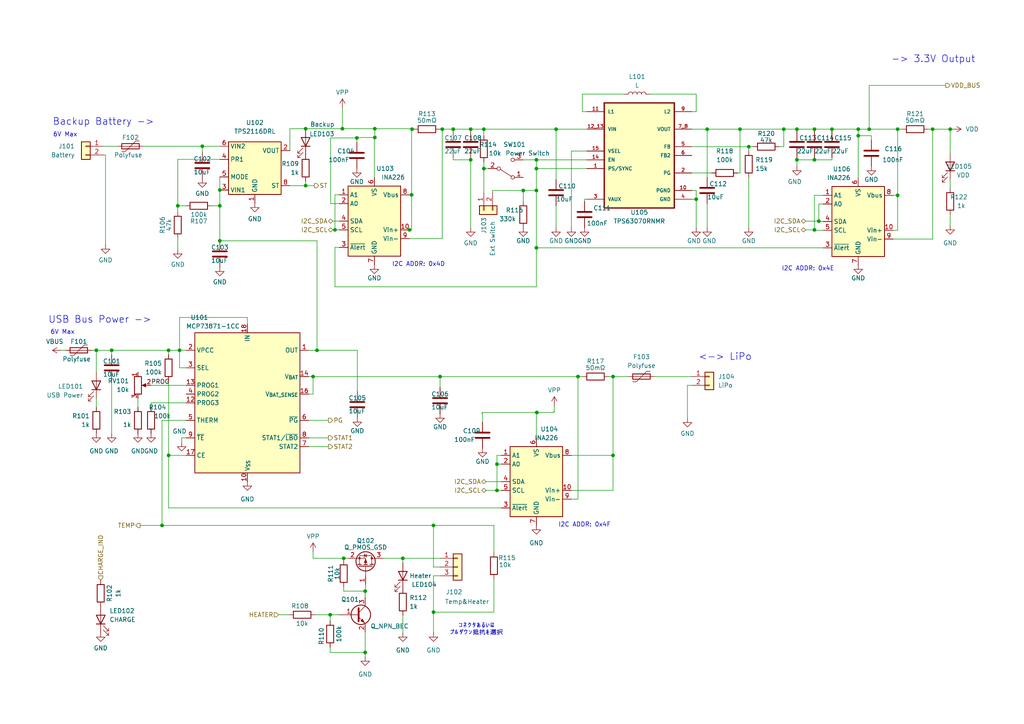
<source format=kicad_sch>
(kicad_sch (version 20231120) (generator "eeschema") (generator_version "8.0")
  (paper "A4")
  (lib_symbols
    (symbol "Battery_Management:MCP73871-1CC"
      (property "Reference" "U" (at -7.62 24.13 0))
      (property "Value" "MCP73871-1CC" (at -15.24 21.59 0))
      (symbol "MCP73871-1CC_1_1"
        (pin power_out line (at 17.78 15.24 180) (length 2.54) (name "OUT") (number "1"))
        (pin power_in line (at 0 -22.86 90) (length 2.54) (name "V_{SS}") (number "10"))
        (pin passive line (at 0 -22.86 90) (length 2.54) hide (name "V_{SS}") (number "11"))
        (pin bidirectional line (at -17.78 0 0) (length 2.54) (name "PROG3") (number "12"))
        (pin bidirectional line (at -17.78 5.08 0) (length 2.54) (name "PROG1") (number "13"))
        (pin power_out line (at 17.78 7.62 180) (length 2.54) (name "V_{BAT}") (number "14"))
        (pin passive line (at 17.78 7.62 180) (length 2.54) hide (name "V_{BAT}") (number "15"))
        (pin input line (at 17.78 2.54 180) (length 2.54) (name "V_{BAT_SENSE}") (number "16"))
        (pin input line (at -17.78 -15.24 0) (length 2.54) (name "CE") (number "17"))
        (pin power_in line (at 0 22.86 270) (length 2.54) (name "IN") (number "18"))
        (pin passive line (at 0 22.86 270) (length 2.54) hide (name "IN") (number "19"))
        (pin input line (at -17.78 15.24 0) (length 2.54) (name "VPCC") (number "2"))
        (pin passive line (at 17.78 15.24 180) (length 2.54) hide (name "OUT") (number "20"))
        (pin passive line (at 0 -22.86 90) (length 2.54) hide (name "V_{SS}") (number "21"))
        (pin input line (at -17.78 10.16 0) (length 2.54) (name "SEL") (number "3"))
        (pin input line (at -17.78 2.54 0) (length 2.54) (name "PROG2") (number "4"))
        (pin bidirectional line (at -17.78 -5.08 0) (length 2.54) (name "THERM") (number "5"))
        (pin open_collector line (at 17.78 -5.08 180) (length 2.54) (name "~{PG}") (number "6"))
        (pin open_collector line (at 17.78 -12.7 180) (length 2.54) (name "STAT2") (number "7"))
        (pin open_collector line (at 17.78 -10.16 180) (length 2.54) (name "STAT1/~{LBO}") (number "8"))
        (pin input line (at -17.78 -10.16 0) (length 2.54) (name "~{TE}") (number "9"))
      )
    )
    (symbol "Connector_Generic:Conn_01x02" (pin_names (offset 1.016) hide)
      (property "Reference" "J" (at 0 2.54 0))
      (property "Value" "Conn_01x02" (at 0 -5.08 0))
      (symbol "Conn_01x02_1_1"
        (pin passive line (at -5.08 0 0) (length 3.81) (name "Pin_1") (number "1"))
        (pin passive line (at -5.08 -2.54 0) (length 3.81) (name "Pin_2") (number "2"))
      )
    )
    (symbol "Connector_Generic:Conn_01x03" (pin_names (offset 1.016) hide)
      (property "Reference" "J" (at 0 5.08 0))
      (property "Value" "Conn_01x03" (at 0 -5.08 0))
      (symbol "Conn_01x03_1_1"
        (pin passive line (at -5.08 2.54 0) (length 3.81) (name "Pin_1") (number "1"))
        (pin passive line (at -5.08 0 0) (length 3.81) (name "Pin_2") (number "2"))
        (pin passive line (at -5.08 -2.54 0) (length 3.81) (name "Pin_3") (number "3"))
      )
    )
    (symbol "Device:C" (pin_numbers hide) (pin_names (offset 0.254))
      (property "Reference" "C" (at 0.635 2.54 0))
      (property "Value" "C" (at 0.635 -2.54 0))
      (symbol "C_1_1"
        (pin passive line (at 0 3.81 270) (length 2.794) (name "~") (number "1"))
        (pin passive line (at 0 -3.81 90) (length 2.794) (name "~") (number "2"))
      )
    )
    (symbol "Device:L" (pin_numbers hide) (pin_names (offset 1.016) hide)
      (property "Reference" "L" (at -1.27 0 90))
      (property "Value" "L" (at 1.905 0 90))
      (symbol "L_1_1"
        (pin passive line (at 0 3.81 270) (length 1.27) (name "1") (number "1"))
        (pin passive line (at 0 -3.81 90) (length 1.27) (name "2") (number "2"))
      )
    )
    (symbol "Device:LED" (pin_numbers hide) (pin_names (offset 1.016) hide)
      (property "Reference" "D" (at 0 2.54 0))
      (property "Value" "LED" (at 0 -2.54 0))
      (symbol "LED_1_1"
        (pin passive line (at -3.81 0 0) (length 2.54) (name "K") (number "1"))
        (pin passive line (at 3.81 0 180) (length 2.54) (name "A") (number "2"))
      )
    )
    (symbol "Device:Polyfuse" (pin_numbers hide) (pin_names (offset 0))
      (property "Reference" "F" (at -2.54 0 90))
      (property "Value" "Polyfuse" (at 2.54 0 90))
      (symbol "Polyfuse_1_1"
        (pin passive line (at 0 3.81 270) (length 1.27) (name "~") (number "1"))
        (pin passive line (at 0 -3.81 90) (length 1.27) (name "~") (number "2"))
      )
    )
    (symbol "Device:Q_NPN_BEC" (pin_names (offset 0) hide)
      (property "Reference" "Q" (at 5.08 1.27 0))
      (property "Value" "Q_NPN_BEC" (at 5.08 -1.27 0))
      (symbol "Q_NPN_BEC_1_1"
        (pin input line (at -5.08 0 0) (length 5.715) (name "B") (number "1"))
        (pin passive line (at 2.54 -5.08 90) (length 2.54) (name "E") (number "2"))
        (pin passive line (at 2.54 5.08 270) (length 2.54) (name "C") (number "3"))
      )
    )
    (symbol "Device:Q_PMOS_GSD" (pin_names (offset 0) hide)
      (property "Reference" "Q" (at 5.08 1.27 0))
      (property "Value" "Q_PMOS_GSD" (at 5.08 -1.27 0))
      (symbol "Q_PMOS_GSD_1_1"
        (pin input line (at -5.08 0 0) (length 2.54) (name "G") (number "1"))
        (pin passive line (at 2.54 -5.08 90) (length 2.54) (name "S") (number "2"))
        (pin passive line (at 2.54 5.08 270) (length 2.54) (name "D") (number "3"))
      )
    )
    (symbol "Device:R" (pin_numbers hide) (pin_names (offset 0))
      (property "Reference" "R" (at 2.032 0 90))
      (property "Value" "R" (at 0 0 90))
      (symbol "R_1_1"
        (pin passive line (at 0 3.81 270) (length 1.27) (name "~") (number "1"))
        (pin passive line (at 0 -3.81 90) (length 1.27) (name "~") (number "2"))
      )
    )
    (symbol "Device:R_Potentiometer" (pin_names (offset 1.016) hide)
      (property "Reference" "RV" (at -4.445 0 90))
      (property "Value" "R_Potentiometer" (at -2.54 0 90))
      (symbol "R_Potentiometer_1_1"
        (pin passive line (at 0 3.81 270) (length 1.27) (name "1") (number "1"))
        (pin passive line (at 3.81 0 180) (length 1.27) (name "2") (number "2"))
        (pin passive line (at 0 -3.81 90) (length 1.27) (name "3") (number "3"))
      )
    )
    (symbol "GND_1" (power) (pin_numbers hide) (pin_names (offset 0) hide)
      (property "Value" "GND" (at 0 -3.81 0))
      (symbol "GND_1_1_1"
        (pin power_in line (at 0 0 270) (length 0) (name "~") (number "1"))
      )
    )
    (symbol "GND_2" (power) (pin_numbers hide) (pin_names (offset 0) hide)
      (property "Value" "GND" (at 0 -3.81 0))
      (symbol "GND_2_1_1"
        (pin power_in line (at 0 0 270) (length 0) (name "~") (number "1"))
      )
    )
    (symbol "Power_Management:TPS2116DRL"
      (property "Reference" "U306" (at 0 13.208 0))
      (property "Value" "TPS2116DRL" (at 0 10.668 0))
      (symbol "TPS2116DRL_1_0"
        (pin power_out line (at 10.16 5.08 180) (length 2.54) hide (name "VOUT") (number "7"))
      )
      (symbol "TPS2116DRL_1_1"
        (pin power_in line (at 0 -10.16 90) (length 2.54) (name "GND") (number "1"))
        (pin power_out line (at 10.16 5.08 180) (length 2.54) (name "VOUT") (number "2"))
        (pin power_in line (at -10.16 -6.35 0) (length 2.54) (name "VIN1") (number "3"))
        (pin input line (at -10.16 2.54 0) (length 2.54) (name "PR1") (number "4"))
        (pin input line (at -10.16 -2.54 0) (length 2.54) (name "MODE") (number "5"))
        (pin power_in line (at -10.16 6.35 0) (length 2.54) (name "VIN2") (number "6"))
        (pin open_collector line (at 10.16 -5.08 180) (length 2.54) (name "ST") (number "8"))
      )
    )
    (symbol "Sensor_Energy:INA226"
      (property "Reference" "U" (at -6.35 11.43 0))
      (property "Value" "INA226" (at 3.81 11.43 0))
      (symbol "INA226_1_1"
        (pin input line (at 10.16 7.62 180) (length 2.54) (name "A1") (number "1"))
        (pin input line (at -10.16 -2.54 0) (length 2.54) (name "Vin+") (number "10"))
        (pin input line (at 10.16 5.08 180) (length 2.54) (name "A0") (number "2"))
        (pin open_collector line (at 10.16 -7.62 180) (length 2.54) (name "~{Alert}") (number "3"))
        (pin bidirectional line (at 10.16 0 180) (length 2.54) (name "SDA") (number "4"))
        (pin input line (at 10.16 -2.54 180) (length 2.54) (name "SCL") (number "5"))
        (pin power_in line (at 0 12.7 270) (length 2.54) (name "VS") (number "6"))
        (pin power_in line (at 0 -12.7 90) (length 2.54) (name "GND") (number "7"))
        (pin input line (at -10.16 7.62 0) (length 2.54) (name "Vbus") (number "8"))
        (pin input line (at -10.16 -5.08 0) (length 2.54) (name "Vin-") (number "9"))
      )
    )
    (symbol "Switch:SW_SPDT" (pin_names (offset 0) hide)
      (property "Reference" "SW" (at 0 4.318 0))
      (property "Value" "SW_SPDT" (at 0 -5.08 0))
      (symbol "SW_SPDT_1_1"
        (pin passive line (at 5.08 2.54 180) (length 2.54) (name "A") (number "1"))
        (pin passive line (at -5.08 0 0) (length 2.54) (name "B") (number "2"))
        (pin passive line (at 5.08 -2.54 180) (length 2.54) (name "C") (number "3"))
      )
    )
    (symbol "WOBCLibrary:TPS63070RNMR" (pin_names (offset 1.016))
      (property "Reference" "U" (at -12.7 29.21 0))
      (property "Value" "TPS63070RNMR" (at -12.7 -19.24 0))
      (symbol "TPS63070RNMR_0_0"
        (pin input line (at -15.24 -3.81 0) (length 5.08) (name "PS/SYNC") (number "1"))
        (pin power_in line (at 15.24 -10.16 180) (length 5.08) (name "PGND") (number "10"))
        (pin bidirectional line (at -15.24 12.7 0) (length 5.08) (name "L1") (number "11"))
        (pin input line (at -15.24 7.62 0) (length 5.08) (name "VIN") (number "12_13"))
        (pin input line (at -15.24 -1.27 0) (length 5.08) (name "EN") (number "14"))
        (pin input line (at -15.24 1.27 0) (length 5.08) (name "VSEL") (number "15"))
        (pin output line (at 15.24 -5.08 180) (length 5.08) (name "PG") (number "2"))
        (pin output line (at -15.24 -12.7 0) (length 5.08) (name "VAUX") (number "3"))
        (pin power_in line (at 15.24 -12.7 180) (length 5.08) (name "GND") (number "4"))
        (pin input line (at 15.24 2.54 180) (length 5.08) (name "FB") (number "5"))
        (pin output line (at 15.24 0 180) (length 5.08) (name "FB2") (number "6"))
        (pin output line (at 15.24 7.62 180) (length 5.08) (name "VOUT") (number "7_8"))
        (pin bidirectional line (at 15.24 12.7 180) (length 5.08) (name "L2") (number "9"))
      )
    )
    (symbol "power:GND" (power) (pin_names (offset 0))
      (property "Value" "GND" (at 0 -3.81 0))
      (symbol "GND_1_1"
        (pin power_in line (at 0 0 270) (length 0) hide (name "GND") (number "1"))
      )
    )
    (symbol "power:VBUS" (power) (pin_names (offset 0))
      (property "Value" "VBUS" (at 0 3.81 0))
      (symbol "VBUS_1_1"
        (pin power_in line (at 0 0 90) (length 0) hide (name "VBUS") (number "1"))
      )
    )
    (symbol "power:VDD" (power) (pin_names (offset 0))
      (property "Value" "VDD" (at 0 3.81 0))
      (symbol "VDD_1_1"
        (pin power_in line (at 0 0 90) (length 0) hide (name "VDD") (number "1"))
      )
    )
    (symbol "power:VPP" (power) (pin_names (offset 0))
      (property "Value" "VPP" (at 0 3.81 0))
      (symbol "VPP_1_1"
        (pin power_in line (at 0 0 90) (length 0) hide (name "VPP") (number "1"))
      )
    )
  )
  (junction (at 108.712 37.338))
  (junction (at 260.35 56.642))
  (junction (at 214.63 37.465))
  (junction (at 63.754 69.85))
  (junction (at 105.918 189.23))
  (junction (at 119.507 37.465))
  (junction (at 248.92 37.465))
  (junction (at 231.14 46.355))
  (junction (at 125.73 177.546))
  (junction (at 125.73 152.4))
  (junction (at 155.575 48.895))
  (junction (at 237.49 64.135))
  (junction (at 227.33 37.465))
  (junction (at 88.646 37.338))
  (junction (at 201.93 57.785))
  (junction (at 217.17 42.545))
  (junction (at 131.445 37.465))
  (junction (at 236.22 46.355))
  (junction (at 128.27 37.465))
  (junction (at 32.385 101.6))
  (junction (at 236.22 66.675))
  (junction (at 27.94 101.6))
  (junction (at 88.646 53.848))
  (junction (at 161.29 37.465))
  (junction (at 252.095 37.465))
  (junction (at 151.765 55.245))
  (junction (at 144.145 142.24))
  (junction (at 108.712 39.878))
  (junction (at 90.805 109.22))
  (junction (at 99.695 161.925))
  (junction (at 231.14 37.465))
  (junction (at 167.64 109.22))
  (junction (at 51.562 59.69))
  (junction (at 91.948 101.6))
  (junction (at 236.22 37.465))
  (junction (at 127.635 109.22))
  (junction (at 155.575 71.882))
  (junction (at 260.35 37.465))
  (junction (at 97.155 66.675))
  (junction (at 155.702 119.634))
  (junction (at 140.335 37.465))
  (junction (at 95.758 178.308))
  (junction (at 119.38 56.515))
  (junction (at 140.335 48.895))
  (junction (at 144.145 134.62))
  (junction (at 270.51 37.465))
  (junction (at 103.505 40.005))
  (junction (at 105.918 171.45))
  (junction (at 116.84 161.925))
  (junction (at 52.07 101.6))
  (junction (at 118.745 66.675))
  (junction (at 48.895 132.08))
  (junction (at 177.8 132.08))
  (junction (at 46.99 152.4))
  (junction (at 275.59 37.465))
  (junction (at 63.754 55.118))
  (junction (at 241.3 37.465))
  (junction (at 136.525 37.465))
  (junction (at 205.105 37.465))
  (junction (at 155.575 46.355))
  (junction (at 136.525 46.355))
  (junction (at 63.754 59.69))
  (junction (at 155.575 55.245))
  (junction (at 99.314 37.338))
  (junction (at 48.895 101.6))
  (junction (at 248.92 39.37))
  (junction (at 58.674 42.418))
  (junction (at 177.8 109.22))
  (wire (pts (xy 142.875 55.245) (xy 151.765 55.245)))
  (wire (pts (xy 199.39 111.76) (xy 200.66 111.76)))
  (wire (pts (xy 217.17 42.545) (xy 218.44 42.545)))
  (wire (pts (xy 98.425 71.755) (xy 97.155 71.755)))
  (wire (pts (xy 51.562 59.69) (xy 51.562 61.468)))
  (wire (pts (xy 259.08 56.642) (xy 260.35 56.642)))
  (wire (pts (xy 89.535 127) (xy 95.25 127)))
  (wire (pts (xy 88.646 53.848) (xy 84.074 53.848)))
  (wire (pts (xy 270.51 37.465) (xy 275.59 37.465)))
  (wire (pts (xy 199.39 121.285) (xy 199.39 111.76)))
  (wire (pts (xy 161.29 37.465) (xy 170.18 37.465)))
  (wire (pts (xy 95.758 178.308) (xy 98.298 178.308)))
  (wire (pts (xy 236.22 45.72) (xy 236.22 46.355)))
  (wire (pts (xy 236.22 37.465) (xy 241.3 37.465)))
  (wire (pts (xy 144.145 134.62) (xy 144.145 132.08)))
  (wire (pts (xy 189.865 109.22) (xy 200.66 109.22)))
  (wire (pts (xy 217.17 43.815) (xy 217.17 42.545)))
  (wire (pts (xy 206.375 50.165) (xy 200.66 50.165)))
  (wire (pts (xy 168.91 32.385) (xy 170.18 32.385)))
  (wire (pts (xy 140.335 37.465) (xy 161.29 37.465)))
  (wire (pts (xy 105.918 171.45) (xy 106.045 171.45)))
  (wire (pts (xy 248.92 39.37) (xy 248.92 51.562)))
  (wire (pts (xy 201.93 27.305) (xy 201.93 32.385)))
  (wire (pts (xy 105.918 190.5) (xy 105.918 189.23)))
  (wire (pts (xy 95.885 59.055) (xy 95.885 40.005)))
  (wire (pts (xy 43.815 118.11) (xy 43.815 116.84)))
  (wire (pts (xy 155.575 48.895) (xy 155.575 55.245)))
  (wire (pts (xy 84.074 37.338) (xy 88.646 37.338)))
  (wire (pts (xy 160.655 119.38) (xy 160.655 119.634)))
  (wire (pts (xy 17.78 101.6) (xy 19.05 101.6)))
  (wire (pts (xy 48.895 132.08) (xy 48.895 147.32)))
  (wire (pts (xy 155.702 119.634) (xy 155.702 120.142)))
  (wire (pts (xy 29.972 44.958) (xy 30.607 44.958)))
  (wire (pts (xy 176.53 109.22) (xy 177.8 109.22)))
  (wire (pts (xy 252.73 39.37) (xy 248.92 39.37)))
  (wire (pts (xy 98.425 56.515) (xy 97.155 56.515)))
  (wire (pts (xy 136.525 45.72) (xy 136.525 46.355)))
  (wire (pts (xy 201.93 57.785) (xy 200.66 57.785)))
  (wire (pts (xy 236.22 46.355) (xy 231.14 46.355)))
  (wire (pts (xy 58.674 42.418) (xy 63.754 42.418)))
  (wire (pts (xy 143.256 152.4) (xy 143.256 160.274)))
  (wire (pts (xy 48.895 101.6) (xy 48.895 102.87)))
  (wire (pts (xy 108.712 37.338) (xy 119.507 37.338)))
  (wire (pts (xy 139.827 119.888) (xy 139.827 119.634)))
  (wire (pts (xy 131.445 45.72) (xy 131.445 46.355)))
  (wire (pts (xy 105.918 189.23) (xy 105.918 183.388)))
  (wire (pts (xy 248.92 76.962) (xy 248.92 76.835)))
  (wire (pts (xy 252.095 37.465) (xy 260.35 37.465)))
  (wire (pts (xy 41.656 42.418) (xy 58.674 42.418)))
  (wire (pts (xy 260.35 37.465) (xy 261.62 37.465)))
  (wire (pts (xy 95.758 180.086) (xy 95.758 178.308)))
  (wire (pts (xy 236.22 66.802) (xy 238.76 66.802)))
  (wire (pts (xy 142.875 55.88) (xy 142.875 55.245)))
  (wire (pts (xy 160.782 119.38) (xy 160.782 117.602)))
  (wire (pts (xy 99.314 31.242) (xy 99.314 37.338)))
  (wire (pts (xy 260.35 37.465) (xy 260.35 56.642)))
  (wire (pts (xy 155.575 71.882) (xy 238.76 71.882)))
  (wire (pts (xy 90.805 114.3) (xy 90.805 109.22)))
  (wire (pts (xy 88.646 53.848) (xy 88.646 52.578)))
  (wire (pts (xy 177.8 132.08) (xy 177.8 109.22)))
  (wire (pts (xy 53.975 121.92) (xy 46.99 121.92)))
  (wire (pts (xy 63.754 46.228) (xy 51.562 46.228)))
  (wire (pts (xy 32.385 110.49) (xy 32.385 125.73)))
  (wire (pts (xy 98.425 59.055) (xy 95.885 59.055)))
  (wire (pts (xy 63.754 69.85) (xy 63.754 59.69)))
  (wire (pts (xy 241.3 46.355) (xy 236.22 46.355)))
  (wire (pts (xy 99.314 37.338) (xy 108.712 37.338)))
  (wire (pts (xy 139.827 119.888) (xy 139.954 119.888)))
  (wire (pts (xy 217.17 51.435) (xy 217.17 66.04)))
  (wire (pts (xy 275.59 65.405) (xy 275.59 62.23)))
  (wire (pts (xy 140.97 139.7) (xy 145.415 139.7)))
  (wire (pts (xy 131.445 37.465) (xy 131.445 38.1)))
  (wire (pts (xy 97.155 71.755) (xy 97.155 83.185)))
  (wire (pts (xy 108.712 37.338) (xy 108.712 39.878)))
  (wire (pts (xy 80.772 178.308) (xy 83.82 178.308)))
  (wire (pts (xy 136.525 37.465) (xy 140.335 37.465)))
  (wire (pts (xy 63.754 51.308) (xy 63.754 55.118)))
  (wire (pts (xy 200.66 37.465) (xy 205.105 37.465)))
  (wire (pts (xy 106.045 171.45) (xy 106.045 169.545)))
  (wire (pts (xy 90.805 109.22) (xy 127.635 109.22)))
  (wire (pts (xy 165.735 144.78) (xy 167.64 144.78)))
  (wire (pts (xy 97.155 56.515) (xy 97.155 66.675)))
  (wire (pts (xy 140.335 37.465) (xy 140.335 39.37)))
  (wire (pts (xy 127.635 109.22) (xy 127.635 112.395)))
  (wire (pts (xy 205.105 66.04) (xy 205.105 59.055)))
  (wire (pts (xy 252.73 40.64) (xy 252.73 39.37)))
  (wire (pts (xy 236.22 56.642) (xy 236.22 66.675)))
  (wire (pts (xy 233.68 66.675) (xy 236.22 66.675)))
  (wire (pts (xy 227.33 37.465) (xy 231.14 37.465)))
  (wire (pts (xy 51.562 46.228) (xy 51.562 59.69)))
  (wire (pts (xy 136.525 46.355) (xy 136.525 66.04)))
  (wire (pts (xy 127.635 37.465) (xy 128.27 37.465)))
  (wire (pts (xy 27.94 118.11) (xy 27.94 115.57)))
  (wire (pts (xy 51.562 69.088) (xy 51.562 72.39)))
  (wire (pts (xy 236.22 66.802) (xy 236.22 66.675)))
  (wire (pts (xy 169.545 58.42) (xy 169.545 57.785)))
  (wire (pts (xy 58.674 42.418) (xy 58.674 44.196)))
  (wire (pts (xy 91.44 178.308) (xy 95.758 178.308)))
  (wire (pts (xy 108.712 40.259) (xy 108.585 40.259)))
  (wire (pts (xy 167.64 109.22) (xy 168.91 109.22)))
  (wire (pts (xy 116.84 161.925) (xy 127.635 161.925)))
  (wire (pts (xy 108.585 40.259) (xy 108.585 51.435)))
  (wire (pts (xy 103.505 41.275) (xy 103.505 40.005)))
  (wire (pts (xy 144.145 134.62) (xy 144.145 142.24)))
  (wire (pts (xy 131.445 37.465) (xy 136.525 37.465)))
  (wire (pts (xy 140.97 142.24) (xy 144.145 142.24)))
  (wire (pts (xy 88.646 37.338) (xy 99.314 37.338)))
  (wire (pts (xy 26.67 101.6) (xy 27.94 101.6)))
  (wire (pts (xy 241.3 37.465) (xy 241.3 38.1)))
  (wire (pts (xy 118.11 66.675) (xy 118.745 66.675)))
  (wire (pts (xy 248.92 37.465) (xy 248.92 39.37)))
  (wire (pts (xy 168.91 27.305) (xy 168.91 32.385)))
  (wire (pts (xy 145.415 134.62) (xy 144.145 134.62)))
  (wire (pts (xy 140.335 48.895) (xy 140.335 55.88)))
  (wire (pts (xy 275.59 37.465) (xy 276.225 37.465)))
  (wire (pts (xy 91.948 101.6) (xy 103.632 101.6)))
  (wire (pts (xy 155.575 46.355) (xy 170.18 46.355)))
  (wire (pts (xy 99.695 170.18) (xy 99.695 171.45)))
  (wire (pts (xy 201.93 32.385) (xy 200.66 32.385)))
  (wire (pts (xy 96.52 64.135) (xy 98.425 64.135)))
  (wire (pts (xy 241.3 45.72) (xy 241.3 46.355)))
  (wire (pts (xy 248.92 37.465) (xy 252.095 37.465)))
  (wire (pts (xy 167.64 109.22) (xy 167.64 144.78)))
  (wire (pts (xy 136.525 37.465) (xy 136.525 38.1)))
  (wire (pts (xy 71.755 92.075) (xy 71.755 93.98)))
  (wire (pts (xy 51.562 59.69) (xy 53.848 59.69)))
  (wire (pts (xy 274.32 24.765) (xy 252.095 24.765)))
  (wire (pts (xy 46.99 152.4) (xy 125.73 152.4)))
  (wire (pts (xy 52.07 101.6) (xy 53.975 101.6)))
  (wire (pts (xy 32.385 101.6) (xy 32.385 102.87)))
  (wire (pts (xy 214.63 37.465) (xy 227.33 37.465)))
  (wire (pts (xy 84.074 43.688) (xy 84.074 37.338)))
  (wire (pts (xy 170.18 43.815) (xy 165.735 43.815)))
  (wire (pts (xy 116.84 183.515) (xy 116.84 178.435)))
  (wire (pts (xy 52.07 106.68) (xy 52.07 101.6)))
  (wire (pts (xy 259.08 66.802) (xy 260.35 66.802)))
  (wire (pts (xy 165.735 132.08) (xy 177.8 132.08)))
  (wire (pts (xy 52.705 128.27) (xy 52.705 127)))
  (wire (pts (xy 95.25 129.54) (xy 89.535 129.54)))
  (wire (pts (xy 231.14 46.355) (xy 231.14 45.72)))
  (wire (pts (xy 237.49 59.182) (xy 237.49 64.135)))
  (wire (pts (xy 155.575 120.142) (xy 155.575 127)))
  (wire (pts (xy 108.712 39.878) (xy 108.712 40.259)))
  (wire (pts (xy 127.635 164.465) (xy 125.73 164.465)))
  (wire (pts (xy 177.8 109.22) (xy 182.245 109.22)))
  (wire (pts (xy 103.505 39.878) (xy 103.505 40.005)))
  (wire (pts (xy 260.35 66.802) (xy 260.35 56.642)))
  (wire (pts (xy 91.186 53.848) (xy 88.646 53.848)))
  (wire (pts (xy 95.885 40.005) (xy 103.505 40.005)))
  (wire (pts (xy 95.758 189.23) (xy 105.918 189.23)))
  (wire (pts (xy 140.335 46.99) (xy 140.335 48.895)))
  (wire (pts (xy 213.995 50.165) (xy 214.63 50.165)))
  (wire (pts (xy 201.93 57.785) (xy 201.93 66.04)))
  (wire (pts (xy 90.805 160.02) (xy 90.805 161.925)))
  (wire (pts (xy 118.745 66.675) (xy 119.38 66.675)))
  (wire (pts (xy 200.66 42.545) (xy 217.17 42.545)))
  (wire (pts (xy 119.38 66.675) (xy 119.38 56.515)))
  (wire (pts (xy 125.73 167.005) (xy 127.635 167.005)))
  (wire (pts (xy 226.06 42.545) (xy 227.33 42.545)))
  (wire (pts (xy 139.827 119.634) (xy 155.702 119.634)))
  (wire (pts (xy 151.765 46.355) (xy 155.575 46.355)))
  (wire (pts (xy 160.655 119.38) (xy 160.782 119.38)))
  (wire (pts (xy 125.73 177.546) (xy 143.256 177.546)))
  (wire (pts (xy 128.27 37.465) (xy 131.445 37.465)))
  (wire (pts (xy 237.49 64.262) (xy 238.76 64.262)))
  (wire (pts (xy 238.76 59.182) (xy 237.49 59.182)))
  (wire (pts (xy 105.918 171.45) (xy 105.918 173.228)))
  (wire (pts (xy 89.535 114.3) (xy 90.805 114.3)))
  (wire (pts (xy 170.18 48.895) (xy 155.575 48.895)))
  (wire (pts (xy 91.948 69.85) (xy 91.948 101.6)))
  (wire (pts (xy 53.975 106.68) (xy 52.07 106.68)))
  (wire (pts (xy 205.105 37.465) (xy 214.63 37.465)))
  (wire (pts (xy 63.754 59.69) (xy 63.754 55.118)))
  (wire (pts (xy 30.607 44.958) (xy 30.607 70.993)))
  (wire (pts (xy 144.145 142.24) (xy 145.415 142.24)))
  (wire (pts (xy 95.758 187.706) (xy 95.758 189.23)))
  (wire (pts (xy 237.49 64.262) (xy 237.49 64.135)))
  (wire (pts (xy 99.695 161.925) (xy 100.965 161.925)))
  (wire (pts (xy 205.105 37.465) (xy 205.105 51.435)))
  (wire (pts (xy 201.93 55.245) (xy 201.93 57.785)))
  (wire (pts (xy 161.29 52.07) (xy 161.29 37.465)))
  (wire (pts (xy 155.575 55.245) (xy 155.575 71.882)))
  (wire (pts (xy 99.695 171.45) (xy 105.918 171.45)))
  (wire (pts (xy 97.155 83.185) (xy 155.575 83.185)))
  (wire (pts (xy 90.805 161.925) (xy 99.695 161.925)))
  (wire (pts (xy 155.575 46.355) (xy 155.575 48.895)))
  (wire (pts (xy 103.632 101.6) (xy 103.632 113.538)))
  (wire (pts (xy 227.33 42.545) (xy 227.33 37.465)))
  (wire (pts (xy 214.63 50.165) (xy 214.63 37.465)))
  (wire (pts (xy 46.99 121.92) (xy 46.99 152.4)))
  (wire (pts (xy 61.468 59.69) (xy 63.754 59.69)))
  (wire (pts (xy 118.745 69.215) (xy 128.27 69.215)))
  (wire (pts (xy 161.29 59.69) (xy 161.29 66.04)))
  (wire (pts (xy 269.24 37.465) (xy 270.51 37.465)))
  (wire (pts (xy 155.575 83.185) (xy 155.575 71.882)))
  (wire (pts (xy 236.22 56.642) (xy 238.76 56.642)))
  (wire (pts (xy 144.145 132.08) (xy 145.415 132.08)))
  (wire (pts (xy 125.73 164.465) (xy 125.73 152.4)))
  (wire (pts (xy 165.735 43.815) (xy 165.735 66.04)))
  (wire (pts (xy 270.51 69.342) (xy 270.51 37.465)))
  (wire (pts (xy 165.735 142.24) (xy 177.8 142.24)))
  (wire (pts (xy 43.815 111.76) (xy 53.975 111.76)))
  (wire (pts (xy 52.07 92.075) (xy 52.07 101.6)))
  (wire (pts (xy 259.08 69.342) (xy 270.51 69.342)))
  (wire (pts (xy 43.815 116.84) (xy 53.975 116.84)))
  (wire (pts (xy 169.545 57.785) (xy 170.18 57.785)))
  (wire (pts (xy 151.765 55.245) (xy 151.765 58.42)))
  (wire (pts (xy 200.66 55.245) (xy 201.93 55.245)))
  (wire (pts (xy 131.445 46.355) (xy 136.525 46.355)))
  (wire (pts (xy 143.256 177.546) (xy 143.256 167.894)))
  (wire (pts (xy 89.535 121.92) (xy 95.25 121.92)))
  (wire (pts (xy 127.635 109.22) (xy 167.64 109.22)))
  (wire (pts (xy 119.507 37.338) (xy 119.507 37.465)))
  (wire (pts (xy 241.3 37.465) (xy 248.92 37.465)))
  (wire (pts (xy 103.505 39.878) (xy 108.712 39.878)))
  (wire (pts (xy 29.972 42.418) (xy 34.036 42.418)))
  (wire (pts (xy 32.385 101.6) (xy 48.895 101.6)))
  (wire (pts (xy 111.125 161.925) (xy 116.84 161.925)))
  (wire (pts (xy 118.11 56.515) (xy 119.38 56.515)))
  (wire (pts (xy 48.895 110.49) (xy 48.895 132.08)))
  (wire (pts (xy 233.68 64.135) (xy 237.49 64.135)))
  (wire (pts (xy 40.64 152.4) (xy 46.99 152.4)))
  (wire (pts (xy 160.655 119.634) (xy 155.702 119.634)))
  (wire (pts (xy 119.38 37.465) (xy 119.38 56.515)))
  (wire (pts (xy 99.695 161.925) (xy 99.695 162.56)))
  (wire (pts (xy 71.755 92.075) (xy 52.07 92.075)))
  (wire (pts (xy 89.535 101.6) (xy 91.948 101.6)))
  (wire (pts (xy 151.765 55.245) (xy 155.575 55.245)))
  (wire (pts (xy 96.52 66.675) (xy 97.155 66.675)))
  (wire (pts (xy 116.84 163.195) (xy 116.84 161.925)))
  (wire (pts (xy 125.73 152.4) (xy 143.256 152.4)))
  (wire (pts (xy 231.14 37.465) (xy 231.14 38.1)))
  (wire (pts (xy 48.895 147.32) (xy 145.415 147.32)))
  (wire (pts (xy 27.94 101.6) (xy 32.385 101.6)))
  (wire (pts (xy 97.155 66.675) (xy 98.425 66.675)))
  (wire (pts (xy 139.954 119.888) (xy 139.954 122.428)))
  (wire (pts (xy 40.005 118.11) (xy 40.005 115.57)))
  (wire (pts (xy 275.59 54.61) (xy 275.59 52.07)))
  (wire (pts (xy 275.59 37.465) (xy 275.59 44.45)))
  (wire (pts (xy 180.975 27.305) (xy 168.91 27.305)))
  (wire (pts (xy 119.38 37.465) (xy 119.507 37.465)))
  (wire (pts (xy 125.73 177.546) (xy 125.73 167.005)))
  (wire (pts (xy 119.507 37.465) (xy 120.015 37.465)))
  (wire (pts (xy 252.095 24.765) (xy 252.095 37.465)))
  (wire (pts (xy 89.535 109.22) (xy 90.805 109.22)))
  (wire (pts (xy 125.73 183.515) (xy 125.73 177.546)))
  (wire (pts (xy 63.754 69.85) (xy 91.948 69.85)))
  (wire (pts (xy 128.27 69.215) (xy 128.27 37.465)))
  (wire (pts (xy 231.14 46.355) (xy 231.14 48.26)))
  (wire (pts (xy 27.94 101.6) (xy 27.94 107.95)))
  (wire (pts (xy 140.335 48.895) (xy 141.605 48.895)))
  (wire (pts (xy 236.22 37.465) (xy 236.22 38.1)))
  (wire (pts (xy 155.702 120.142) (xy 155.575 120.142)))
  (wire (pts (xy 188.595 27.305) (xy 201.93 27.305)))
  (wire (pts (xy 53.975 132.08) (xy 48.895 132.08)))
  (wire (pts (xy 231.14 37.465) (xy 236.22 37.465)))
  (wire (pts (xy 177.8 142.24) (xy 177.8 132.08)))
  (wire (pts (xy 52.705 127) (xy 53.975 127)))
  (wire (pts (xy 48.895 101.6) (xy 52.07 101.6)))
  (text "6V Max" (at 14.605 97.155 0) (effects (font (size 1.27 1.27)) (justify left bottom)))
  (text "USB Bus Power ->" (at 13.97 93.98 0) (effects (font (size 2 2)) (justify left bottom)))
  (text "<-> LiPo" (at 202.565 104.775 0) (effects (font (size 2 2)) (justify left bottom)))
  (text "I2C ADDR: 0x4D" (at 113.665 77.47 0) (effects (font (size 1.27 1.27)) (justify left bottom)))
  (text "I2C ADDR: 0x4F" (at 161.925 153.035 0) (effects (font (size 1.27 1.27)) (justify left bottom)))
  (text "-> 3.3V Output" (at 258.445 18.415 0) (effects (font (size 2 2)) (justify left bottom)))
  (text "6V Max" (at 15.367 39.878 0) (effects (font (size 1.27 1.27)) (justify left bottom)))
  (text "I2C ADDR: 0x4E" (at 226.695 78.74 0) (effects (font (size 1.27 1.27)) (justify left bottom)))
  (text "コネクタあるいは\nプルダウン抵抗を選択" (at 138.176 182.626 0) (effects (font (size 1.27 1.27))))
  (text "Backup Battery ->" (at 15.24 36.576 0) (effects (font (size 2 2)) (justify left bottom)))
  (label "PROG" (at 43.815 111.76 0))
  (hierarchical_label "STAT1" (shape output) (at 95.25 127 0))
  (hierarchical_label "I2C_SCL" (shape bidirectional) (at 233.68 66.675 180))
  (hierarchical_label "STAT2" (shape output) (at 95.25 129.54 0))
  (hierarchical_label "HEATER" (shape input) (at 80.772 178.308 180))
  (hierarchical_label "TEMP" (shape output) (at 40.64 152.4 180))
  (hierarchical_label "I2C_SCL" (shape bidirectional) (at 140.97 142.24 180))
  (hierarchical_label "PG" (shape output) (at 95.25 121.92 0))
  (hierarchical_label "VDD_BUS" (shape output) (at 274.32 24.765 0))
  (hierarchical_label "ST" (shape output) (at 91.186 53.848 0))
  (hierarchical_label "CHARGE_IND" (shape input) (at 29.21 168.275 90))
  (hierarchical_label "I2C_SDA" (shape bidirectional) (at 140.97 139.7 180))
  (hierarchical_label "I2C_SDA" (shape bidirectional) (at 96.52 64.135 180))
  (hierarchical_label "I2C_SDA" (shape bidirectional) (at 233.68 64.135 180))
  (hierarchical_label "I2C_SCL" (shape bidirectional) (at 96.52 66.675 180))
  (symbol (lib_id "Device:C") (at 58.674 48.006 0) (unit 1)
    (property "Reference" "C102" (at 56.134 46.101 0) (effects (justify left)))
    (property "Value" "10uF" (at 56.134 49.911 0) (effects (justify left)))
    (property "Footprint" "Capacitor_SMD:C_0603_1608Metric" (effects (hide yes)))
    (property "LCSC" "C96446" (effects (hide yes)))
  )
  (symbol (lib_id "power:GND") (at 71.755 139.7 0) (unit 1)
    (property "Reference" "#PWR0112" (effects (hide yes)))
    (property "Value" "GND" (at 71.755 144.78 0))
  )
  (symbol (lib_id "power:GND") (at 252.73 48.26 0) (unit 1)
    (property "Reference" "#PWR0137" (effects (hide yes)))
    (property "Value" "GND" (at 252.73 52.07 0))
  )
  (symbol (lib_id "power:GND") (at 103.632 121.158 0) (unit 1)
    (property "Reference" "#PWR0117" (effects (hide yes)))
    (property "Value" "GND" (at 103.632 124.968 0))
  )
  (symbol (lib_id "Device:C") (at 32.385 106.68 0) (unit 1)
    (property "Reference" "C101" (at 29.845 104.775 0) (effects (justify left)))
    (property "Value" "10uF" (at 29.845 108.585 0) (effects (justify left)))
    (property "Footprint" "Capacitor_SMD:C_0603_1608Metric" (effects (hide yes)))
    (property "LCSC" "C96446" (effects (hide yes)))
  )
  (symbol (lib_id "Device:C") (at 236.22 41.91 0) (unit 1)
    (property "Reference" "C114" (at 236.855 40.005 0) (effects (justify left)))
    (property "Value" "22uF" (at 236.22 43.815 0) (effects (justify left)))
    (property "Footprint" "Capacitor_SMD:C_0805_2012Metric" (effects (hide yes)))
    (property "LCSC" "C45783" (effects (hide yes)))
  )
  (symbol (lib_id "Device:LED") (at 275.59 48.26 270) (mirror x) (unit 1)
    (property "Reference" "LED105" (at 281.94 48.26 90) (effects (justify right)))
    (property "Value" "VDD" (at 281.305 50.8 90) (effects (justify right)))
    (property "Footprint" "LED_SMD:LED_0805_2012Metric" (effects (hide yes)))
    (property "LCSC" "C2297" (effects (hide yes)))
  )
  (symbol (lib_id "Device:C") (at 136.525 41.91 0) (unit 1)
    (property "Reference" "C108" (at 134.62 40.005 0) (effects (justify left)))
    (property "Value" "22uF" (at 134.62 43.815 0) (effects (justify left)))
    (property "Footprint" "Capacitor_SMD:C_0805_2012Metric" (effects (hide yes)))
    (property "LCSC" "C45783" (effects (hide yes)))
  )
  (symbol (lib_id "Sensor_Energy:INA226") (at 108.585 64.135 0) (mirror y) (unit 1)
    (property "Reference" "U103" (at 114.3 48.895 0) (effects (justify left)))
    (property "Value" "INA226" (at 117.475 51.435 0) (effects (justify left)))
    (property "Footprint" "Package_SO:VSSOP-10_3x3mm_P0.5mm" (effects (hide yes)))
    (property "Datasheet" "http://www.ti.com/lit/ds/symlink/ina226.pdf" (effects (hide yes)))
    (property "LCSC" "C49851" (effects (hide yes)))
  )
  (symbol (lib_name "GND_1") (lib_id "power:GND") (at 63.754 77.47 0) (unit 1)
    (property "Reference" "#PWR0111" (effects (hide yes)))
    (property "Value" "GND" (at 63.754 81.788 0))
    (property "Description" "Power symbol creates a global label with name \"GND\" , ground" (effects (hide yes)))
  )
  (symbol (lib_id "Device:R") (at 27.94 121.92 0) (mirror y) (unit 1)
    (property "Reference" "R101" (at 26.035 120.65 0) (effects (justify left)))
    (property "Value" "1k" (at 26.035 123.19 0) (effects (justify left)))
    (property "Footprint" "Resistor_SMD:R_0402_1005Metric" (effects (hide yes)))
    (property "LCSC" "C11702" (effects (hide yes)))
  )
  (symbol (lib_id "power:GND") (at 30.607 70.993 0) (unit 1)
    (property "Reference" "#PWR0104" (effects (hide yes)))
    (property "Value" "GND" (at 30.607 75.438 0))
  )
  (symbol (lib_id "Device:C") (at 231.14 41.91 0) (unit 1)
    (property "Reference" "C113" (at 231.775 40.005 0) (effects (justify left)))
    (property "Value" "22uF" (at 231.14 43.815 0) (effects (justify left)))
    (property "Footprint" "Capacitor_SMD:C_0805_2012Metric" (effects (hide yes)))
    (property "LCSC" "C45783" (effects (hide yes)))
  )
  (symbol (lib_id "Device:LED") (at 116.84 167.005 270) (mirror x) (unit 1)
    (property "Reference" "LED104" (at 119.38 169.545 90) (effects (justify left)))
    (property "Value" "Heater" (at 118.745 167.005 90) (effects (justify left)))
    (property "Footprint" "LED_SMD:LED_0805_2012Metric" (effects (hide yes)))
    (property "LCSC" "C2296" (effects (hide yes)))
  )
  (symbol (lib_id "Device:L") (at 184.785 27.305 90) (unit 1)
    (property "Reference" "L101" (at 184.785 22.225 90))
    (property "Value" "L" (at 184.785 24.765 90))
    (property "Footprint" "Inductor_SMD:L_Wuerth_WE-TPC-3816" (effects (hide yes)))
    (property "LCSC" "C3033018" (effects (hide yes)))
  )
  (symbol (lib_id "Connector_Generic:Conn_01x02") (at 205.74 109.22 0) (unit 1)
    (property "Reference" "J104" (at 208.28 109.22 0) (effects (justify left)))
    (property "Value" "LiPo" (at 208.28 111.76 0) (effects (justify left)))
    (property "Footprint" "Connector_JST:JST_PH_S2B-PH-K_1x02_P2.00mm_Horizontal" (effects (hide yes)))
  )
  (symbol (lib_id "Device:R") (at 87.63 178.308 270) (unit 1)
    (property "Reference" "R108" (at 86.995 175.768 90))
    (property "Value" "10k" (at 87.63 180.848 90))
    (property "Footprint" "Resistor_SMD:R_0402_1005Metric" (effects (hide yes)))
    (property "LCSC" "C25744" (effects (hide yes)))
  )
  (symbol (lib_id "power:GND") (at 201.93 66.04 0) (unit 1)
    (property "Reference" "#PWR0132" (effects (hide yes)))
    (property "Value" "GND" (at 201.295 69.85 0))
  )
  (symbol (lib_id "power:GND") (at 155.575 152.4 0) (unit 1)
    (property "Reference" "#PWR0126" (effects (hide yes)))
    (property "Value" "GND" (at 155.575 157.48 0))
  )
  (symbol (lib_id "power:GND") (at 199.39 121.285 0) (unit 1)
    (property "Reference" "#PWR0131" (effects (hide yes)))
    (property "Value" "GND" (at 199.39 125.73 0))
  )
  (symbol (lib_id "Power_Management:TPS2116DRL") (at 73.914 48.768 0) (unit 1)
    (property "Reference" "U102" (at 73.914 35.56 0))
    (property "Value" "TPS2116DRL" (at 73.914 38.1 0))
    (property "Footprint" "Package_TO_SOT_SMD:SOT-583-8" (effects (hide yes)))
    (property "Datasheet" "https://www.ti.com/lit/ds/symlink/tps2116.pdf" (effects (hide yes)))
    (property "Description" "2 Channnels Power Mux with Manual and Priority Switchover, 1.6-5.5V Input Voltage, 2.5A Output Current, Ron 40 mOhm, SOT-583-8" (effects (hide yes)))
  )
  (symbol (lib_id "Device:C") (at 205.105 55.245 0) (unit 1)
    (property "Reference" "C112" (at 205.74 53.34 0) (effects (justify left)))
    (property "Value" "10uF" (at 205.105 57.15 0) (effects (justify left)))
    (property "Footprint" "Capacitor_SMD:C_0603_1608Metric" (effects (hide yes)))
    (property "LCSC" "C96446" (effects (hide yes)))
  )
  (symbol (lib_id "Device:C") (at 241.3 41.91 0) (unit 1)
    (property "Reference" "C115" (at 241.935 40.005 0) (effects (justify left)))
    (property "Value" "22uF" (at 241.3 43.815 0) (effects (justify left)))
    (property "Footprint" "Capacitor_SMD:C_0805_2012Metric" (effects (hide yes)))
    (property "LCSC" "C45783" (effects (hide yes)))
  )
  (symbol (lib_id "Device:R") (at 222.25 42.545 90) (unit 1)
    (property "Reference" "R120" (at 222.25 38.735 90))
    (property "Value" "47k" (at 222.25 40.64 90))
    (property "Footprint" "Resistor_SMD:R_0402_1005Metric" (effects (hide yes)))
    (property "LCSC" "C25792" (effects (hide yes)))
  )
  (symbol (lib_id "Device:Q_PMOS_GSD") (at 106.045 164.465 270) (mirror x) (unit 1)
    (property "Reference" "Q102" (at 106.045 156.845 90))
    (property "Value" "Q_PMOS_GSD" (at 106.045 158.75 90))
    (property "Footprint" "Package_TO_SOT_SMD:SOT-23" (effects (hide yes)))
    (property "LCSC" "C15127" (effects (hide yes)))
  )
  (symbol (lib_id "Device:C") (at 169.545 62.23 0) (unit 1)
    (property "Reference" "C111" (at 172.085 60.325 0) (effects (justify left)))
    (property "Value" "100nF" (at 170.18 64.77 0) (effects (justify left)))
    (property "Footprint" "Capacitor_SMD:C_0402_1005Metric" (effects (hide yes)))
    (property "LCSC" "C1525" (effects (hide yes)))
  )
  (symbol (lib_id "power:GND") (at 275.59 65.405 0) (unit 1)
    (property "Reference" "#PWR0138" (effects (hide yes)))
    (property "Value" "GND" (at 275.59 70.485 0))
  )
  (symbol (lib_id "power:GND") (at 231.14 48.26 0) (unit 1)
    (property "Reference" "#PWR0135" (effects (hide yes)))
    (property "Value" "GND" (at 230.505 52.705 0))
  )
  (symbol (lib_id "Device:R") (at 172.72 109.22 90) (unit 1)
    (property "Reference" "R117" (at 172.72 104.775 90))
    (property "Value" "50mΩ" (at 172.72 106.68 90))
    (property "Footprint" "Resistor_SMD:R_0805_2012Metric" (effects (hide yes)))
    (property "LCSC" "C247602" (effects (hide yes)))
  )
  (symbol (lib_id "Device:C") (at 103.632 117.348 0) (unit 1)
    (property "Reference" "C105" (at 101.092 115.443 0) (effects (justify left)))
    (property "Value" "10uF" (at 101.092 119.253 0) (effects (justify left)))
    (property "Footprint" "Capacitor_SMD:C_0603_1608Metric" (effects (hide yes)))
    (property "LCSC" "C96446" (effects (hide yes)))
  )
  (symbol (lib_id "Device:R_Potentiometer") (at 40.005 111.76 0) (unit 1)
    (property "Reference" "RV101" (at 37.465 110.49 0) (effects (justify right)))
    (property "Value" "10k" (at 37.465 113.03 0) (effects (justify right)))
    (property "Footprint" "Potentiometer_SMD:Potentiometer_Bourns_TC33X_Vertical" (effects (hide yes)))
    (property "LCSC" "C719176" (effects (hide yes)))
  )
  (symbol (lib_name "GND_2") (lib_id "power:GND") (at 73.914 58.928 0) (unit 1)
    (property "Reference" "#PWR0113" (effects (hide yes)))
    (property "Value" "GND" (at 73.914 63.5 0))
    (property "Description" "Power symbol creates a global label with name \"GND\" , ground" (effects (hide yes)))
  )
  (symbol (lib_id "Device:Q_NPN_BEC") (at 103.378 178.308 0) (unit 1)
    (property "Reference" "Q101" (at 98.933 173.863 0) (effects (justify left)))
    (property "Value" "Q_NPN_BEC" (at 107.442 181.61 0) (effects (justify left)))
    (property "Footprint" "Package_TO_SOT_SMD:SOT-23" (effects (hide yes)))
    (property "LCSC" "C20526" (effects (hide yes)))
  )
  (symbol (lib_id "power:VPP") (at 90.805 160.02 0) (unit 1)
    (property "Reference" "#PWR0114" (effects (hide yes)))
    (property "Value" "VPP" (at 90.805 155.575 0))
  )
  (symbol (lib_id "power:GND") (at 108.585 76.835 0) (unit 1)
    (property "Reference" "#PWR0119" (effects (hide yes)))
    (property "Value" "GND" (at 108.585 80.645 0))
  )
  (symbol (lib_name "GND_1") (lib_id "power:GND") (at 51.562 72.39 0) (unit 1)
    (property "Reference" "#PWR0108" (effects (hide yes)))
    (property "Value" "GND" (at 51.562 76.708 0))
    (property "Description" "Power symbol creates a global label with name \"GND\" , ground" (effects (hide yes)))
  )
  (symbol (lib_id "power:GND") (at 40.005 125.73 0) (unit 1)
    (property "Reference" "#PWR0106" (effects (hide yes)))
    (property "Value" "GND" (at 40.005 130.81 0))
  )
  (symbol (lib_id "Device:R") (at 40.005 121.92 0) (mirror y) (unit 1)
    (property "Reference" "R103" (at 38.1 119.38 0) (effects (justify left)))
    (property "Value" "1k" (at 38.1 123.19 0) (effects (justify left)))
    (property "Footprint" "Resistor_SMD:R_0402_1005Metric" (effects (hide yes)))
    (property "LCSC" "C11702" (effects (hide yes)))
  )
  (symbol (lib_id "power:GND") (at 103.505 48.895 0) (unit 1)
    (property "Reference" "#PWR0116" (effects (hide yes)))
    (property "Value" "GND" (at 103.505 52.705 0))
  )
  (symbol (lib_id "Device:C") (at 63.754 73.66 0) (unit 1)
    (property "Reference" "C103" (at 61.214 71.755 0) (effects (justify left)))
    (property "Value" "10uF" (at 61.214 75.565 0) (effects (justify left)))
    (property "Footprint" "Capacitor_SMD:C_0603_1608Metric" (effects (hide yes)))
    (property "LCSC" "C96446" (effects (hide yes)))
  )
  (symbol (lib_id "Device:R") (at 29.21 172.085 180) (unit 1)
    (property "Reference" "R102" (at 31.75 172.085 90))
    (property "Value" "1k" (at 34.29 172.085 90))
    (property "Footprint" "Resistor_SMD:R_0402_1005Metric" (effects (hide yes)))
    (property "LCSC" "C11702" (effects (hide yes)))
  )
  (symbol (lib_id "power:GND") (at 136.525 66.04 0) (unit 1)
    (property "Reference" "#PWR0123" (effects (hide yes)))
    (property "Value" "GND" (at 136.525 70.485 0))
  )
  (symbol (lib_id "power:GND") (at 125.73 183.515 0) (unit 1)
    (property "Reference" "#PWR0121" (effects (hide yes)))
    (property "Value" "GND" (at 125.73 188.595 0))
  )
  (symbol (lib_id "Device:R") (at 151.765 62.23 0) (unit 1)
    (property "Reference" "R116" (at 146.685 60.96 0) (effects (justify left)))
    (property "Value" "330k" (at 144.78 63.5 0) (effects (justify left)))
    (property "Footprint" "Resistor_SMD:R_0402_1005Metric" (effects (hide yes)))
    (property "LCSC" "C23137" (effects (hide yes)))
  )
  (symbol (lib_id "Device:R") (at 143.256 164.084 0) (mirror y) (unit 1)
    (property "Reference" "R115" (at 149.606 161.798 0) (effects (justify left)))
    (property "Value" "10k" (at 148.336 163.83 0) (effects (justify left)))
    (property "Footprint" "Resistor_SMD:R_0402_1005Metric" (effects (hide yes)))
    (property "LCSC" "C25744" (effects (hide yes)))
  )
  (symbol (lib_name "GND_1") (lib_id "power:GND") (at 58.674 51.816 0) (unit 1)
    (property "Reference" "#PWR0110" (effects (hide yes)))
    (property "Value" "GND" (at 58.674 56.134 0))
    (property "Description" "Power symbol creates a global label with name \"GND\" , ground" (effects (hide yes)))
  )
  (symbol (lib_id "power:GND") (at 29.21 183.515 0) (unit 1)
    (property "Reference" "#PWR0103" (effects (hide yes)))
    (property "Value" "GND" (at 29.21 187.96 0))
  )
  (symbol (lib_id "Device:Polyfuse") (at 37.846 42.418 90) (unit 1)
    (property "Reference" "F102" (at 37.846 39.878 90))
    (property "Value" "Polyfuse" (at 37.211 44.958 90))
    (property "Footprint" "Fuse:Fuse_1206_3216Metric" (effects (hide yes)))
    (property "Description" "Resettable fuse, polymeric positive temperature coefficient" (effects (hide yes)))
    (property "LCSC" " C883133" (effects (hide yes)))
  )
  (symbol (lib_id "power:GND") (at 151.765 66.04 0) (unit 1)
    (property "Reference" "#PWR0125" (effects (hide yes)))
    (property "Value" "GND" (at 151.765 69.85 0))
  )
  (symbol (lib_id "power:GND") (at 161.29 66.04 0) (unit 1)
    (property "Reference" "#PWR0128" (effects (hide yes)))
    (property "Value" "GND" (at 161.29 69.85 0))
  )
  (symbol (lib_id "Device:R") (at 57.658 59.69 270) (unit 1)
    (property "Reference" "R107" (at 57.658 64.135 90))
    (property "Value" "100k" (at 57.658 62.23 90))
    (property "Footprint" "Resistor_SMD:R_0402_1005Metric" (effects (hide yes)))
    (property "LCSC" "C25741" (effects (hide yes)))
  )
  (symbol (lib_id "Device:R") (at 275.59 58.42 0) (mirror y) (unit 1)
    (property "Reference" "R122" (at 280.67 57.15 0) (effects (justify left)))
    (property "Value" "1k" (at 280.035 59.69 0) (effects (justify left)))
    (property "Footprint" "Resistor_SMD:R_0402_1005Metric" (effects (hide yes)))
    (property "LCSC" "C11702" (effects (hide yes)))
  )
  (symbol (lib_id "Device:R") (at 265.43 37.465 90) (unit 1)
    (property "Reference" "R121" (at 265.43 33.02 90))
    (property "Value" "50mΩ" (at 265.43 34.925 90))
    (property "Footprint" "Resistor_SMD:R_0805_2012Metric" (effects (hide yes)))
    (property "LCSC" "C247602" (effects (hide yes)))
  )
  (symbol (lib_id "power:VBUS") (at 17.78 101.6 90) (unit 1)
    (property "Reference" "#PWR0101" (effects (hide yes)))
    (property "Value" "VBUS" (at 18.415 99.06 90) (effects (justify left)))
  )
  (symbol (lib_id "power:VDD") (at 276.225 37.465 270) (unit 1)
    (property "Reference" "#PWR0139" (effects (hide yes)))
    (property "Value" "VDD" (at 280.035 37.465 90) (effects (justify left)))
  )
  (symbol (lib_id "Device:R") (at 123.825 37.465 90) (unit 1)
    (property "Reference" "R113" (at 123.825 33.02 90))
    (property "Value" "50mΩ" (at 123.825 34.925 90))
    (property "Footprint" "Resistor_SMD:R_0805_2012Metric" (effects (hide yes)))
    (property "LCSC" "C247602" (effects (hide yes)))
  )
  (symbol (lib_id "Device:R") (at 210.185 50.165 270) (unit 1)
    (property "Reference" "R118" (at 210.185 43.815 90))
    (property "Value" "100k" (at 210.185 46.355 90))
    (property "Footprint" "Resistor_SMD:R_0402_1005Metric" (effects (hide yes)))
    (property "LCSC" "C25741" (effects (hide yes)))
  )
  (symbol (lib_id "power:GND") (at 43.815 125.73 0) (unit 1)
    (property "Reference" "#PWR0107" (effects (hide yes)))
    (property "Value" "GND" (at 43.815 130.81 0))
  )
  (symbol (lib_id "power:VPP") (at 160.782 117.602 0) (unit 1)
    (property "Reference" "#PWR0127" (effects (hide yes)))
    (property "Value" "VPP" (at 160.782 113.157 0))
  )
  (symbol (lib_id "Device:C") (at 103.505 45.085 0) (unit 1)
    (property "Reference" "C104" (at 97.79 43.815 0) (effects (justify left)))
    (property "Value" "100nF" (at 95.25 46.355 0) (effects (justify left)))
    (property "Footprint" "Capacitor_SMD:C_0402_1005Metric" (effects (hide yes)))
    (property "LCSC" "C1525" (effects (hide yes)))
  )
  (symbol (lib_id "Device:C") (at 161.29 55.88 0) (unit 1)
    (property "Reference" "C110" (at 161.925 53.975 0) (effects (justify left)))
    (property "Value" "10uF" (at 161.29 57.785 0) (effects (justify left)))
    (property "Footprint" "Capacitor_SMD:C_0603_1608Metric" (effects (hide yes)))
    (property "LCSC" "C96446" (effects (hide yes)))
  )
  (symbol (lib_id "Device:R") (at 140.335 43.18 180) (unit 1)
    (property "Reference" "R114" (at 144.145 41.91 0) (effects (justify left)))
    (property "Value" "10k" (at 145.415 44.45 0) (effects (justify left)))
    (property "Footprint" "Resistor_SMD:R_0402_1005Metric" (effects (hide yes)))
    (property "LCSC" "C25744" (effects (hide yes)))
  )
  (symbol (lib_id "Sensor_Energy:INA226") (at 155.575 139.7 0) (mirror y) (unit 1)
    (property "Reference" "U104" (at 161.925 124.46 0) (effects (justify left)))
    (property "Value" "INA226" (at 161.925 127 0) (effects (justify left)))
    (property "Footprint" "Package_SO:VSSOP-10_3x3mm_P0.5mm" (effects (hide yes)))
    (property "Datasheet" "http://www.ti.com/lit/ds/symlink/ina226.pdf" (effects (hide yes)))
    (property "LCSC" "C49851" (effects (hide yes)))
  )
  (symbol (lib_id "power:GND") (at 52.705 128.27 0) (unit 1)
    (property "Reference" "#PWR0109" (effects (hide yes)))
    (property "Value" "GND" (at 52.07 125.095 0))
  )
  (symbol (lib_id "Connector_Generic:Conn_01x02") (at 140.335 60.96 90) (mirror x) (unit 1)
    (property "Reference" "J103" (at 140.335 65.405 0))
    (property "Value" "Ext Switch" (at 142.875 69.215 0))
    (property "Footprint" "Connector_JST:JST_PH_S2B-PH-K_1x02_P2.00mm_Horizontal" (effects (hide yes)))
  )
  (symbol (lib_id "power:GND") (at 27.94 125.73 0) (unit 1)
    (property "Reference" "#PWR0102" (effects (hide yes)))
    (property "Value" "GND" (at 27.94 130.81 0))
  )
  (symbol (lib_id "power:GND") (at 205.105 66.04 0) (unit 1)
    (property "Reference" "#PWR0133" (effects (hide yes)))
    (property "Value" "GND" (at 205.74 69.85 0))
  )
  (symbol (lib_id "power:GND") (at 165.735 66.04 0) (unit 1)
    (property "Reference" "#PWR0129" (effects (hide yes)))
    (property "Value" "GND" (at 165.735 69.85 0))
  )
  (symbol (lib_id "power:GND") (at 127.635 120.015 0) (unit 1)
    (property "Reference" "#PWR0122" (effects (hide yes)))
    (property "Value" "GND" (at 127.635 123.825 0))
  )
  (symbol (lib_id "Device:LED") (at 29.21 179.705 90) (unit 1)
    (property "Reference" "LED102" (at 31.75 177.165 90) (effects (justify right)))
    (property "Value" "CHARGE" (at 31.75 179.705 90) (effects (justify right)))
    (property "Footprint" "LED_SMD:LED_0805_2012Metric" (effects (hide yes)))
    (property "LCSC" "C2296" (effects (hide yes)))
  )
  (symbol (lib_id "Device:LED") (at 88.646 41.148 270) (mirror x) (unit 1)
    (property "Reference" "LED103" (at 97.028 38.862 90) (effects (justify right)))
    (property "Value" "Backup" (at 97.028 36.068 90) (effects (justify right)))
    (property "Footprint" "LED_SMD:LED_0805_2012Metric" (effects (hide yes)))
    (property "LCSC" "C2296" (effects (hide yes)))
  )
  (symbol (lib_id "Device:C") (at 139.954 126.238 0) (unit 1)
    (property "Reference" "C109" (at 134.239 124.968 0) (effects (justify left)))
    (property "Value" "100nF" (at 131.699 127.508 0) (effects (justify left)))
    (property "Footprint" "Capacitor_SMD:C_0402_1005Metric" (effects (hide yes)))
    (property "LCSC" "C1525" (effects (hide yes)))
  )
  (symbol (lib_id "power:GND") (at 139.954 130.048 0) (unit 1)
    (property "Reference" "#PWR0124" (effects (hide yes)))
    (property "Value" "GND" (at 139.954 133.858 0))
  )
  (symbol (lib_id "Device:R") (at 217.17 47.625 180) (unit 1)
    (property "Reference" "R119" (at 219.075 46.355 0) (effects (justify right)))
    (property "Value" "15k" (at 219.075 48.895 0) (effects (justify right)))
    (property "Footprint" "Resistor_SMD:R_0402_1005Metric" (effects (hide yes)))
    (property "LCSC" "C25756" (effects (hide yes)))
  )
  (symbol (lib_id "Device:R") (at 51.562 65.278 180) (unit 1)
    (property "Reference" "R106" (at 47.117 65.278 90))
    (property "Value" "47k" (at 49.022 65.278 90))
    (property "Footprint" "Resistor_SMD:R_0402_1005Metric" (effects (hide yes)))
    (property "LCSC" "C25792" (effects (hide yes)))
  )
  (symbol (lib_id "Connector_Generic:Conn_01x02") (at 24.892 42.418 0) (mirror y) (unit 1)
    (property "Reference" "J101" (at 21.717 42.418 0) (effects (justify left)))
    (property "Value" "Battery" (at 21.717 44.958 0) (effects (justify left)))
    (property "Footprint" "Connector_JST:JST_XH_S2B-XH-A_1x02_P2.50mm_Horizontal" (effects (hide yes)))
  )
  (symbol (lib_id "Device:Polyfuse") (at 22.86 101.6 90) (unit 1)
    (property "Reference" "F101" (at 22.86 99.06 90))
    (property "Value" "Polyfuse" (at 22.225 104.14 90))
    (property "Footprint" "Fuse:Fuse_1206_3216Metric" (effects (hide yes)))
    (property "LCSC" " C883133" (effects (hide yes)))
  )
  (symbol (lib_id "power:GND") (at 116.84 183.515 0) (unit 1)
    (property "Reference" "#PWR0120" (effects (hide yes)))
    (property "Value" "GND" (at 116.84 188.595 0))
  )
  (symbol (lib_id "power:GND") (at 32.385 125.73 0) (unit 1)
    (property "Reference" "#PWR0105" (effects (hide yes)))
    (property "Value" "GND" (at 32.385 130.81 0))
  )
  (symbol (lib_id "Device:R") (at 43.815 121.92 0) (mirror y) (unit 1)
    (property "Reference" "R104" (at 48.26 118.11 0) (effects (justify left)))
    (property "Value" "100k" (at 49.53 120.65 0) (effects (justify left)))
    (property "Footprint" "Resistor_SMD:R_0402_1005Metric" (effects (hide yes)))
    (property "LCSC" "C25741" (effects (hide yes)))
  )
  (symbol (lib_id "Device:Polyfuse") (at 186.055 109.22 90) (unit 1)
    (property "Reference" "F103" (at 186.055 103.505 90))
    (property "Value" "Polyfuse" (at 186.055 106.045 90))
    (property "Footprint" "Fuse:Fuse_1206_3216Metric" (effects (hide yes)))
    (property "LCSC" " C883133" (effects (hide yes)))
  )
  (symbol (lib_id "power:GND") (at 248.92 76.835 0) (unit 1)
    (property "Reference" "#PWR0136" (effects (hide yes)))
    (property "Value" "GND" (at 248.92 80.645 0))
  )
  (symbol (lib_id "power:GND") (at 217.17 66.04 0) (unit 1)
    (property "Reference" "#PWR0134" (effects (hide yes)))
    (property "Value" "GND" (at 217.17 69.85 0))
  )
  (symbol (lib_id "Device:R") (at 95.758 183.896 0) (unit 1)
    (property "Reference" "R110" (at 93.218 184.531 90))
    (property "Value" "100k" (at 98.298 183.896 90))
    (property "Footprint" "Resistor_SMD:R_0402_1005Metric" (effects (hide yes)))
    (property "LCSC" "C25741" (effects (hide yes)))
  )
  (symbol (lib_id "Device:C") (at 131.445 41.91 0) (unit 1)
    (property "Reference" "C107" (at 128.905 40.005 0) (effects (justify left)))
    (property "Value" "22uF" (at 128.905 43.815 0) (effects (justify left)))
    (property "Footprint" "Capacitor_SMD:C_0805_2012Metric" (effects (hide yes)))
    (property "LCSC" "C45783" (effects (hide yes)))
  )
  (symbol (lib_id "WOBCLibrary:TPS63070RNMR") (at 185.42 45.085 0) (unit 1)
    (property "Reference" "U105" (at 185.42 61.595 0))
    (property "Value" "TPS63070RNMR" (at 185.42 64.135 0))
    (property "Footprint" "WOBCLibrary:VREG_TPS63070RNMR" (effects (hide yes)))
    (property "Description" "\nWide input voltage (2V-16V) buck-boost converter\n" (effects (hide yes)))
    (property "MF" "Texas Instruments" (effects (hide yes)))
    (property "Package" "VQFN-HR-15 Texas Instruments" (effects (hide yes)))
    (property "Price" "None" (effects (hide yes)))
    (property "SnapEDA_Link" "https://www.snapeda.com/parts/TPS63070RNMR/Texas+Instruments/view-part/?ref=snap" (effects (hide yes)))
    (property "MP" "TPS63070RNMR" (effects (hide yes)))
    (property "Purchase-URL" "https://www.snapeda.com/api/url_track_click_mouser/?unipart_id=583017&manufacturer=Texas Instruments&part_name=TPS63070RNMR&search_term=None" (effects (hide yes)))
    (property "Availability" "In Stock" (effects (hide yes)))
    (property "Check_prices" "https://www.snapeda.com/parts/TPS63070RNMR/Texas+Instruments/view-part/?ref=eda" (effects (hide yes)))
    (property "LCSC" "C109322" (effects (hide yes)))
  )
  (symbol (lib_id "Device:R") (at 99.695 166.37 0) (unit 1)
    (property "Reference" "R111" (at 95.885 166.37 90))
    (property "Value" "10k" (at 97.79 166.37 90))
    (property "Footprint" "Resistor_SMD:R_0402_1005Metric" (effects (hide yes)))
    (property "LCSC" "C25744" (effects (hide yes)))
  )
  (symbol (lib_id "Connector_Generic:Conn_01x03") (at 132.715 164.465 0) (unit 1)
    (property "Reference" "J102" (at 129.286 171.704 0) (effects (justify left)))
    (property "Value" "Temp&Heater" (at 129.032 174.498 0) (effects (justify left)))
    (property "Footprint" "Connector_JST:JST_PH_S3B-PH-K_1x03_P2.00mm_Horizontal" (effects (hide yes)))
  )
  (symbol (lib_id "Device:LED") (at 27.94 111.76 270) (mirror x) (unit 1)
    (property "Reference" "LED101" (at 24.13 112.0775 90) (effects (justify right)))
    (property "Value" "USB Power" (at 24.13 114.6175 90) (effects (justify right)))
    (property "Footprint" "LED_SMD:LED_0805_2012Metric" (effects (hide yes)))
    (property "LCSC" "C2297" (effects (hide yes)))
  )
  (symbol (lib_id "power:VPP") (at 99.314 31.242 0) (unit 1)
    (property "Reference" "#PWR0115" (effects (hide yes)))
    (property "Value" "VPP" (at 99.314 26.797 0))
  )
  (symbol (lib_id "Sensor_Energy:INA226") (at 248.92 64.262 0) (mirror y) (unit 1)
    (property "Reference" "U106" (at 246.7259 49.022 0) (effects (justify left)))
    (property "Value" "INA226" (at 246.7259 51.562 0) (effects (justify left)))
    (property "Footprint" "Package_SO:VSSOP-10_3x3mm_P0.5mm" (effects (hide yes)))
    (property "Datasheet" "http://www.ti.com/lit/ds/symlink/ina226.pdf" (effects (hide yes)))
    (property "LCSC" "C49851" (effects (hide yes)))
  )
  (symbol (lib_id "Switch:SW_SPDT") (at 146.685 48.895 0) (mirror x) (unit 1)
    (property "Reference" "SW101" (at 149.225 41.91 0))
    (property "Value" "Power Switch" (at 153.035 44.45 0))
    (property "Footprint" "Button_Switch_THT:SW_CuK_OS102011MA1QN1_SPDT_Angled" (effects (hide yes)))
  )
  (symbol (lib_id "Device:R") (at 48.895 106.68 0) (mirror y) (unit 1)
    (property "Reference" "R105" (at 46.99 105.41 0) (effects (justify left)))
    (property "Value" "100k" (at 46.99 107.95 0) (effects (justify left)))
    (property "Footprint" "Resistor_SMD:R_0402_1005Metric" (effects (hide yes)))
    (property "LCSC" "C25741" (effects (hide yes)))
  )
  (symbol (lib_id "power:GND") (at 169.545 66.04 0) (unit 1)
    (property "Reference" "#PWR0130" (effects (hide yes)))
    (property "Value" "GND" (at 169.545 69.85 0))
  )
  (symbol (lib_id "power:GND") (at 105.918 190.5 0) (unit 1)
    (property "Reference" "#PWR0118" (effects (hide yes)))
    (property "Value" "GND" (at 105.918 195.58 0))
  )
  (symbol (lib_id "Device:C") (at 127.635 116.205 0) (unit 1)
    (property "Reference" "C106" (at 125.095 114.3 0) (effects (justify left)))
    (property "Value" "10uF" (at 125.095 118.11 0) (effects (justify left)))
    (property "Footprint" "Capacitor_SMD:C_0603_1608Metric" (effects (hide yes)))
    (property "LCSC" "C96446" (effects (hide yes)))
  )
  (symbol (lib_id "Device:R") (at 116.84 174.625 180) (unit 1)
    (property "Reference" "R112" (at 118.745 173.355 0) (effects (justify right)))
    (property "Value" "1k" (at 118.745 175.895 0) (effects (justify right)))
    (property "Footprint" "Resistor_SMD:R_0402_1005Metric" (effects (hide yes)))
    (property "LCSC" "C11702" (effects (hide yes)))
  )
  (symbol (lib_id "Battery_Management:MCP73871-1CC") (at 71.755 116.84 0) (unit 1)
    (property "Reference" "U101" (at 55.245 92.075 0) (effects (justify left)))
    (property "Value" "MCP73871-1CC" (at 53.975 94.615 0) (effects (justify left)))
    (property "Footprint" "Package_DFN_QFN:QFN-20-1EP_4x4mm_P0.5mm_EP2.5x2.5mm" (effects (hide yes)))
    (property "Datasheet" "http://www.mouser.com/ds/2/268/22090a-52174.pdf" (effects (hide yes)))
    (property "LCSC" " C511310" (effects (hide yes)))
  )
  (symbol (lib_id "Device:C") (at 252.73 44.45 0) (unit 1)
    (property "Reference" "C116" (at 256.54 43.18 0) (effects (justify left)))
    (property "Value" "100nF" (at 255.905 46.355 0) (effects (justify left)))
    (property "Footprint" "Capacitor_SMD:C_0402_1005Metric" (effects (hide yes)))
    (property "LCSC" "C1525" (effects (hide yes)))
  )
  (symbol (lib_id "Device:R") (at 88.646 48.768 0) (mirror y) (unit 1)
    (property "Reference" "R109" (at 86.741 47.498 0) (effects (justify left)))
    (property "Value" "1k" (at 86.741 50.038 0) (effects (justify left)))
    (property "Footprint" "Resistor_SMD:R_0402_1005Metric" (effects (hide yes)))
    (property "LCSC" "C11702" (effects (hide yes)))
  )
)
</source>
